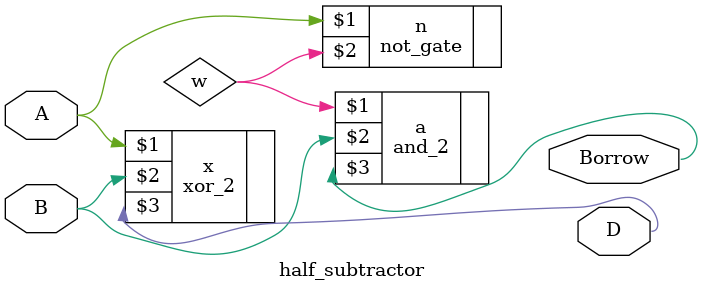
<source format=v>
module half_subtractor(A, B, D, Borrow);

	input A, B;
	output D, Borrow;
	wire w;

xor_2 x(A, B, D);
not_gate n(A, w);
and_2 a(w, B, Borrow);

endmodule

</source>
